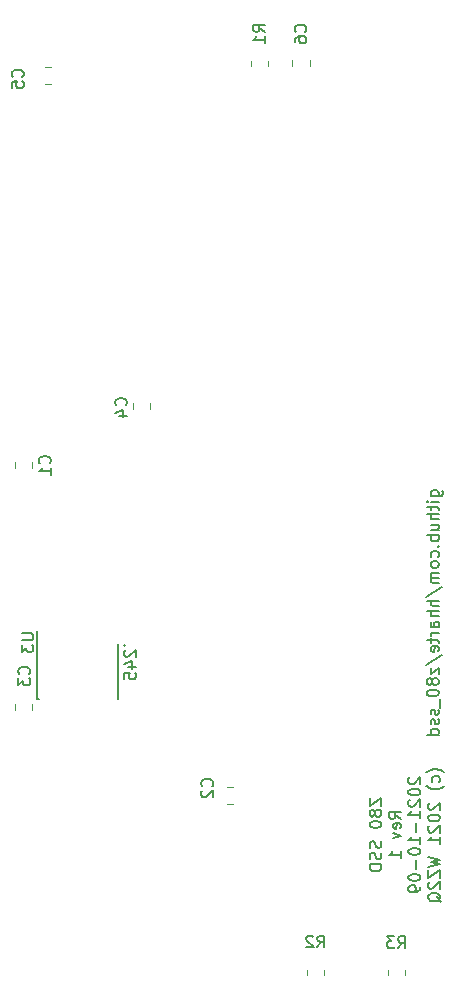
<source format=gbr>
%TF.GenerationSoftware,KiCad,Pcbnew,(5.1.10)-1*%
%TF.CreationDate,2021-10-22T16:43:04-07:00*%
%TF.ProjectId,z80_ssd,7a38305f-7373-4642-9e6b-696361645f70,rev?*%
%TF.SameCoordinates,Original*%
%TF.FileFunction,Legend,Bot*%
%TF.FilePolarity,Positive*%
%FSLAX46Y46*%
G04 Gerber Fmt 4.6, Leading zero omitted, Abs format (unit mm)*
G04 Created by KiCad (PCBNEW (5.1.10)-1) date 2021-10-22 16:43:04*
%MOMM*%
%LPD*%
G01*
G04 APERTURE LIST*
%ADD10C,0.150000*%
%ADD11C,0.120000*%
G04 APERTURE END LIST*
D10*
X180985714Y-86639047D02*
X181795238Y-86639047D01*
X181890476Y-86591428D01*
X181938095Y-86543809D01*
X181985714Y-86448571D01*
X181985714Y-86305714D01*
X181938095Y-86210476D01*
X181604761Y-86639047D02*
X181652380Y-86543809D01*
X181652380Y-86353333D01*
X181604761Y-86258095D01*
X181557142Y-86210476D01*
X181461904Y-86162857D01*
X181176190Y-86162857D01*
X181080952Y-86210476D01*
X181033333Y-86258095D01*
X180985714Y-86353333D01*
X180985714Y-86543809D01*
X181033333Y-86639047D01*
X181652380Y-87115238D02*
X180985714Y-87115238D01*
X180652380Y-87115238D02*
X180700000Y-87067619D01*
X180747619Y-87115238D01*
X180700000Y-87162857D01*
X180652380Y-87115238D01*
X180747619Y-87115238D01*
X180985714Y-87448571D02*
X180985714Y-87829523D01*
X180652380Y-87591428D02*
X181509523Y-87591428D01*
X181604761Y-87639047D01*
X181652380Y-87734285D01*
X181652380Y-87829523D01*
X181652380Y-88162857D02*
X180652380Y-88162857D01*
X181652380Y-88591428D02*
X181128571Y-88591428D01*
X181033333Y-88543809D01*
X180985714Y-88448571D01*
X180985714Y-88305714D01*
X181033333Y-88210476D01*
X181080952Y-88162857D01*
X180985714Y-89496190D02*
X181652380Y-89496190D01*
X180985714Y-89067619D02*
X181509523Y-89067619D01*
X181604761Y-89115238D01*
X181652380Y-89210476D01*
X181652380Y-89353333D01*
X181604761Y-89448571D01*
X181557142Y-89496190D01*
X181652380Y-89972380D02*
X180652380Y-89972380D01*
X181033333Y-89972380D02*
X180985714Y-90067619D01*
X180985714Y-90258095D01*
X181033333Y-90353333D01*
X181080952Y-90400952D01*
X181176190Y-90448571D01*
X181461904Y-90448571D01*
X181557142Y-90400952D01*
X181604761Y-90353333D01*
X181652380Y-90258095D01*
X181652380Y-90067619D01*
X181604761Y-89972380D01*
X181557142Y-90877142D02*
X181604761Y-90924761D01*
X181652380Y-90877142D01*
X181604761Y-90829523D01*
X181557142Y-90877142D01*
X181652380Y-90877142D01*
X181604761Y-91781904D02*
X181652380Y-91686666D01*
X181652380Y-91496190D01*
X181604761Y-91400952D01*
X181557142Y-91353333D01*
X181461904Y-91305714D01*
X181176190Y-91305714D01*
X181080952Y-91353333D01*
X181033333Y-91400952D01*
X180985714Y-91496190D01*
X180985714Y-91686666D01*
X181033333Y-91781904D01*
X181652380Y-92353333D02*
X181604761Y-92258095D01*
X181557142Y-92210476D01*
X181461904Y-92162857D01*
X181176190Y-92162857D01*
X181080952Y-92210476D01*
X181033333Y-92258095D01*
X180985714Y-92353333D01*
X180985714Y-92496190D01*
X181033333Y-92591428D01*
X181080952Y-92639047D01*
X181176190Y-92686666D01*
X181461904Y-92686666D01*
X181557142Y-92639047D01*
X181604761Y-92591428D01*
X181652380Y-92496190D01*
X181652380Y-92353333D01*
X181652380Y-93115238D02*
X180985714Y-93115238D01*
X181080952Y-93115238D02*
X181033333Y-93162857D01*
X180985714Y-93258095D01*
X180985714Y-93400952D01*
X181033333Y-93496190D01*
X181128571Y-93543809D01*
X181652380Y-93543809D01*
X181128571Y-93543809D02*
X181033333Y-93591428D01*
X180985714Y-93686666D01*
X180985714Y-93829523D01*
X181033333Y-93924761D01*
X181128571Y-93972380D01*
X181652380Y-93972380D01*
X180604761Y-95162857D02*
X181890476Y-94305714D01*
X181652380Y-95496190D02*
X180652380Y-95496190D01*
X181652380Y-95924761D02*
X181128571Y-95924761D01*
X181033333Y-95877142D01*
X180985714Y-95781904D01*
X180985714Y-95639047D01*
X181033333Y-95543809D01*
X181080952Y-95496190D01*
X181652380Y-96400952D02*
X180652380Y-96400952D01*
X181652380Y-96829523D02*
X181128571Y-96829523D01*
X181033333Y-96781904D01*
X180985714Y-96686666D01*
X180985714Y-96543809D01*
X181033333Y-96448571D01*
X181080952Y-96400952D01*
X181652380Y-97734285D02*
X181128571Y-97734285D01*
X181033333Y-97686666D01*
X180985714Y-97591428D01*
X180985714Y-97400952D01*
X181033333Y-97305714D01*
X181604761Y-97734285D02*
X181652380Y-97639047D01*
X181652380Y-97400952D01*
X181604761Y-97305714D01*
X181509523Y-97258095D01*
X181414285Y-97258095D01*
X181319047Y-97305714D01*
X181271428Y-97400952D01*
X181271428Y-97639047D01*
X181223809Y-97734285D01*
X181652380Y-98210476D02*
X180985714Y-98210476D01*
X181176190Y-98210476D02*
X181080952Y-98258095D01*
X181033333Y-98305714D01*
X180985714Y-98400952D01*
X180985714Y-98496190D01*
X180985714Y-98686666D02*
X180985714Y-99067619D01*
X180652380Y-98829523D02*
X181509523Y-98829523D01*
X181604761Y-98877142D01*
X181652380Y-98972380D01*
X181652380Y-99067619D01*
X181604761Y-99781904D02*
X181652380Y-99686666D01*
X181652380Y-99496190D01*
X181604761Y-99400952D01*
X181509523Y-99353333D01*
X181128571Y-99353333D01*
X181033333Y-99400952D01*
X180985714Y-99496190D01*
X180985714Y-99686666D01*
X181033333Y-99781904D01*
X181128571Y-99829523D01*
X181223809Y-99829523D01*
X181319047Y-99353333D01*
X180604761Y-100972380D02*
X181890476Y-100115238D01*
X180985714Y-101210476D02*
X180985714Y-101734285D01*
X181652380Y-101210476D01*
X181652380Y-101734285D01*
X181080952Y-102258095D02*
X181033333Y-102162857D01*
X180985714Y-102115238D01*
X180890476Y-102067619D01*
X180842857Y-102067619D01*
X180747619Y-102115238D01*
X180700000Y-102162857D01*
X180652380Y-102258095D01*
X180652380Y-102448571D01*
X180700000Y-102543809D01*
X180747619Y-102591428D01*
X180842857Y-102639047D01*
X180890476Y-102639047D01*
X180985714Y-102591428D01*
X181033333Y-102543809D01*
X181080952Y-102448571D01*
X181080952Y-102258095D01*
X181128571Y-102162857D01*
X181176190Y-102115238D01*
X181271428Y-102067619D01*
X181461904Y-102067619D01*
X181557142Y-102115238D01*
X181604761Y-102162857D01*
X181652380Y-102258095D01*
X181652380Y-102448571D01*
X181604761Y-102543809D01*
X181557142Y-102591428D01*
X181461904Y-102639047D01*
X181271428Y-102639047D01*
X181176190Y-102591428D01*
X181128571Y-102543809D01*
X181080952Y-102448571D01*
X180652380Y-103258095D02*
X180652380Y-103353333D01*
X180700000Y-103448571D01*
X180747619Y-103496190D01*
X180842857Y-103543809D01*
X181033333Y-103591428D01*
X181271428Y-103591428D01*
X181461904Y-103543809D01*
X181557142Y-103496190D01*
X181604761Y-103448571D01*
X181652380Y-103353333D01*
X181652380Y-103258095D01*
X181604761Y-103162857D01*
X181557142Y-103115238D01*
X181461904Y-103067619D01*
X181271428Y-103020000D01*
X181033333Y-103020000D01*
X180842857Y-103067619D01*
X180747619Y-103115238D01*
X180700000Y-103162857D01*
X180652380Y-103258095D01*
X181747619Y-103781904D02*
X181747619Y-104543809D01*
X181604761Y-104734285D02*
X181652380Y-104829523D01*
X181652380Y-105020000D01*
X181604761Y-105115238D01*
X181509523Y-105162857D01*
X181461904Y-105162857D01*
X181366666Y-105115238D01*
X181319047Y-105020000D01*
X181319047Y-104877142D01*
X181271428Y-104781904D01*
X181176190Y-104734285D01*
X181128571Y-104734285D01*
X181033333Y-104781904D01*
X180985714Y-104877142D01*
X180985714Y-105020000D01*
X181033333Y-105115238D01*
X181604761Y-105543809D02*
X181652380Y-105639047D01*
X181652380Y-105829523D01*
X181604761Y-105924761D01*
X181509523Y-105972380D01*
X181461904Y-105972380D01*
X181366666Y-105924761D01*
X181319047Y-105829523D01*
X181319047Y-105686666D01*
X181271428Y-105591428D01*
X181176190Y-105543809D01*
X181128571Y-105543809D01*
X181033333Y-105591428D01*
X180985714Y-105686666D01*
X180985714Y-105829523D01*
X181033333Y-105924761D01*
X181652380Y-106829523D02*
X180652380Y-106829523D01*
X181604761Y-106829523D02*
X181652380Y-106734285D01*
X181652380Y-106543809D01*
X181604761Y-106448571D01*
X181557142Y-106400952D01*
X181461904Y-106353333D01*
X181176190Y-106353333D01*
X181080952Y-106400952D01*
X181033333Y-106448571D01*
X180985714Y-106543809D01*
X180985714Y-106734285D01*
X181033333Y-106829523D01*
X175793380Y-112196952D02*
X175793380Y-112863619D01*
X176793380Y-112196952D01*
X176793380Y-112863619D01*
X176221952Y-113387428D02*
X176174333Y-113292190D01*
X176126714Y-113244571D01*
X176031476Y-113196952D01*
X175983857Y-113196952D01*
X175888619Y-113244571D01*
X175841000Y-113292190D01*
X175793380Y-113387428D01*
X175793380Y-113577904D01*
X175841000Y-113673142D01*
X175888619Y-113720761D01*
X175983857Y-113768380D01*
X176031476Y-113768380D01*
X176126714Y-113720761D01*
X176174333Y-113673142D01*
X176221952Y-113577904D01*
X176221952Y-113387428D01*
X176269571Y-113292190D01*
X176317190Y-113244571D01*
X176412428Y-113196952D01*
X176602904Y-113196952D01*
X176698142Y-113244571D01*
X176745761Y-113292190D01*
X176793380Y-113387428D01*
X176793380Y-113577904D01*
X176745761Y-113673142D01*
X176698142Y-113720761D01*
X176602904Y-113768380D01*
X176412428Y-113768380D01*
X176317190Y-113720761D01*
X176269571Y-113673142D01*
X176221952Y-113577904D01*
X175793380Y-114387428D02*
X175793380Y-114482666D01*
X175841000Y-114577904D01*
X175888619Y-114625523D01*
X175983857Y-114673142D01*
X176174333Y-114720761D01*
X176412428Y-114720761D01*
X176602904Y-114673142D01*
X176698142Y-114625523D01*
X176745761Y-114577904D01*
X176793380Y-114482666D01*
X176793380Y-114387428D01*
X176745761Y-114292190D01*
X176698142Y-114244571D01*
X176602904Y-114196952D01*
X176412428Y-114149333D01*
X176174333Y-114149333D01*
X175983857Y-114196952D01*
X175888619Y-114244571D01*
X175841000Y-114292190D01*
X175793380Y-114387428D01*
X176745761Y-115863619D02*
X176793380Y-116006476D01*
X176793380Y-116244571D01*
X176745761Y-116339809D01*
X176698142Y-116387428D01*
X176602904Y-116435047D01*
X176507666Y-116435047D01*
X176412428Y-116387428D01*
X176364809Y-116339809D01*
X176317190Y-116244571D01*
X176269571Y-116054095D01*
X176221952Y-115958857D01*
X176174333Y-115911238D01*
X176079095Y-115863619D01*
X175983857Y-115863619D01*
X175888619Y-115911238D01*
X175841000Y-115958857D01*
X175793380Y-116054095D01*
X175793380Y-116292190D01*
X175841000Y-116435047D01*
X176745761Y-116816000D02*
X176793380Y-116958857D01*
X176793380Y-117196952D01*
X176745761Y-117292190D01*
X176698142Y-117339809D01*
X176602904Y-117387428D01*
X176507666Y-117387428D01*
X176412428Y-117339809D01*
X176364809Y-117292190D01*
X176317190Y-117196952D01*
X176269571Y-117006476D01*
X176221952Y-116911238D01*
X176174333Y-116863619D01*
X176079095Y-116816000D01*
X175983857Y-116816000D01*
X175888619Y-116863619D01*
X175841000Y-116911238D01*
X175793380Y-117006476D01*
X175793380Y-117244571D01*
X175841000Y-117387428D01*
X176793380Y-117816000D02*
X175793380Y-117816000D01*
X175793380Y-118054095D01*
X175841000Y-118196952D01*
X175936238Y-118292190D01*
X176031476Y-118339809D01*
X176221952Y-118387428D01*
X176364809Y-118387428D01*
X176555285Y-118339809D01*
X176650523Y-118292190D01*
X176745761Y-118196952D01*
X176793380Y-118054095D01*
X176793380Y-117816000D01*
X178443380Y-113958857D02*
X177967190Y-113625523D01*
X178443380Y-113387428D02*
X177443380Y-113387428D01*
X177443380Y-113768380D01*
X177491000Y-113863619D01*
X177538619Y-113911238D01*
X177633857Y-113958857D01*
X177776714Y-113958857D01*
X177871952Y-113911238D01*
X177919571Y-113863619D01*
X177967190Y-113768380D01*
X177967190Y-113387428D01*
X178395761Y-114768380D02*
X178443380Y-114673142D01*
X178443380Y-114482666D01*
X178395761Y-114387428D01*
X178300523Y-114339809D01*
X177919571Y-114339809D01*
X177824333Y-114387428D01*
X177776714Y-114482666D01*
X177776714Y-114673142D01*
X177824333Y-114768380D01*
X177919571Y-114816000D01*
X178014809Y-114816000D01*
X178110047Y-114339809D01*
X177776714Y-115149333D02*
X178443380Y-115387428D01*
X177776714Y-115625523D01*
X178443380Y-117292190D02*
X178443380Y-116720761D01*
X178443380Y-117006476D02*
X177443380Y-117006476D01*
X177586238Y-116911238D01*
X177681476Y-116816000D01*
X177729095Y-116720761D01*
X179188619Y-110458857D02*
X179141000Y-110506476D01*
X179093380Y-110601714D01*
X179093380Y-110839809D01*
X179141000Y-110935047D01*
X179188619Y-110982666D01*
X179283857Y-111030285D01*
X179379095Y-111030285D01*
X179521952Y-110982666D01*
X180093380Y-110411238D01*
X180093380Y-111030285D01*
X179093380Y-111649333D02*
X179093380Y-111744571D01*
X179141000Y-111839809D01*
X179188619Y-111887428D01*
X179283857Y-111935047D01*
X179474333Y-111982666D01*
X179712428Y-111982666D01*
X179902904Y-111935047D01*
X179998142Y-111887428D01*
X180045761Y-111839809D01*
X180093380Y-111744571D01*
X180093380Y-111649333D01*
X180045761Y-111554095D01*
X179998142Y-111506476D01*
X179902904Y-111458857D01*
X179712428Y-111411238D01*
X179474333Y-111411238D01*
X179283857Y-111458857D01*
X179188619Y-111506476D01*
X179141000Y-111554095D01*
X179093380Y-111649333D01*
X179188619Y-112363619D02*
X179141000Y-112411238D01*
X179093380Y-112506476D01*
X179093380Y-112744571D01*
X179141000Y-112839809D01*
X179188619Y-112887428D01*
X179283857Y-112935047D01*
X179379095Y-112935047D01*
X179521952Y-112887428D01*
X180093380Y-112316000D01*
X180093380Y-112935047D01*
X180093380Y-113887428D02*
X180093380Y-113316000D01*
X180093380Y-113601714D02*
X179093380Y-113601714D01*
X179236238Y-113506476D01*
X179331476Y-113411238D01*
X179379095Y-113316000D01*
X179712428Y-114316000D02*
X179712428Y-115077904D01*
X180093380Y-116077904D02*
X180093380Y-115506476D01*
X180093380Y-115792190D02*
X179093380Y-115792190D01*
X179236238Y-115696952D01*
X179331476Y-115601714D01*
X179379095Y-115506476D01*
X179093380Y-116696952D02*
X179093380Y-116792190D01*
X179141000Y-116887428D01*
X179188619Y-116935047D01*
X179283857Y-116982666D01*
X179474333Y-117030285D01*
X179712428Y-117030285D01*
X179902904Y-116982666D01*
X179998142Y-116935047D01*
X180045761Y-116887428D01*
X180093380Y-116792190D01*
X180093380Y-116696952D01*
X180045761Y-116601714D01*
X179998142Y-116554095D01*
X179902904Y-116506476D01*
X179712428Y-116458857D01*
X179474333Y-116458857D01*
X179283857Y-116506476D01*
X179188619Y-116554095D01*
X179141000Y-116601714D01*
X179093380Y-116696952D01*
X179712428Y-117458857D02*
X179712428Y-118220761D01*
X179093380Y-118887428D02*
X179093380Y-118982666D01*
X179141000Y-119077904D01*
X179188619Y-119125523D01*
X179283857Y-119173142D01*
X179474333Y-119220761D01*
X179712428Y-119220761D01*
X179902904Y-119173142D01*
X179998142Y-119125523D01*
X180045761Y-119077904D01*
X180093380Y-118982666D01*
X180093380Y-118887428D01*
X180045761Y-118792190D01*
X179998142Y-118744571D01*
X179902904Y-118696952D01*
X179712428Y-118649333D01*
X179474333Y-118649333D01*
X179283857Y-118696952D01*
X179188619Y-118744571D01*
X179141000Y-118792190D01*
X179093380Y-118887428D01*
X180093380Y-119696952D02*
X180093380Y-119887428D01*
X180045761Y-119982666D01*
X179998142Y-120030285D01*
X179855285Y-120125523D01*
X179664809Y-120173142D01*
X179283857Y-120173142D01*
X179188619Y-120125523D01*
X179141000Y-120077904D01*
X179093380Y-119982666D01*
X179093380Y-119792190D01*
X179141000Y-119696952D01*
X179188619Y-119649333D01*
X179283857Y-119601714D01*
X179521952Y-119601714D01*
X179617190Y-119649333D01*
X179664809Y-119696952D01*
X179712428Y-119792190D01*
X179712428Y-119982666D01*
X179664809Y-120077904D01*
X179617190Y-120125523D01*
X179521952Y-120173142D01*
X182124333Y-110030285D02*
X182076714Y-109982666D01*
X181933857Y-109887428D01*
X181838619Y-109839809D01*
X181695761Y-109792190D01*
X181457666Y-109744571D01*
X181267190Y-109744571D01*
X181029095Y-109792190D01*
X180886238Y-109839809D01*
X180791000Y-109887428D01*
X180648142Y-109982666D01*
X180600523Y-110030285D01*
X181695761Y-110839809D02*
X181743380Y-110744571D01*
X181743380Y-110554095D01*
X181695761Y-110458857D01*
X181648142Y-110411238D01*
X181552904Y-110363619D01*
X181267190Y-110363619D01*
X181171952Y-110411238D01*
X181124333Y-110458857D01*
X181076714Y-110554095D01*
X181076714Y-110744571D01*
X181124333Y-110839809D01*
X182124333Y-111173142D02*
X182076714Y-111220761D01*
X181933857Y-111316000D01*
X181838619Y-111363619D01*
X181695761Y-111411238D01*
X181457666Y-111458857D01*
X181267190Y-111458857D01*
X181029095Y-111411238D01*
X180886238Y-111363619D01*
X180791000Y-111316000D01*
X180648142Y-111220761D01*
X180600523Y-111173142D01*
X180838619Y-112649333D02*
X180791000Y-112696952D01*
X180743380Y-112792190D01*
X180743380Y-113030285D01*
X180791000Y-113125523D01*
X180838619Y-113173142D01*
X180933857Y-113220761D01*
X181029095Y-113220761D01*
X181171952Y-113173142D01*
X181743380Y-112601714D01*
X181743380Y-113220761D01*
X180743380Y-113839809D02*
X180743380Y-113935047D01*
X180791000Y-114030285D01*
X180838619Y-114077904D01*
X180933857Y-114125523D01*
X181124333Y-114173142D01*
X181362428Y-114173142D01*
X181552904Y-114125523D01*
X181648142Y-114077904D01*
X181695761Y-114030285D01*
X181743380Y-113935047D01*
X181743380Y-113839809D01*
X181695761Y-113744571D01*
X181648142Y-113696952D01*
X181552904Y-113649333D01*
X181362428Y-113601714D01*
X181124333Y-113601714D01*
X180933857Y-113649333D01*
X180838619Y-113696952D01*
X180791000Y-113744571D01*
X180743380Y-113839809D01*
X180838619Y-114554095D02*
X180791000Y-114601714D01*
X180743380Y-114696952D01*
X180743380Y-114935047D01*
X180791000Y-115030285D01*
X180838619Y-115077904D01*
X180933857Y-115125523D01*
X181029095Y-115125523D01*
X181171952Y-115077904D01*
X181743380Y-114506476D01*
X181743380Y-115125523D01*
X181743380Y-116077904D02*
X181743380Y-115506476D01*
X181743380Y-115792190D02*
X180743380Y-115792190D01*
X180886238Y-115696952D01*
X180981476Y-115601714D01*
X181029095Y-115506476D01*
X180743380Y-117173142D02*
X181743380Y-117411238D01*
X181029095Y-117601714D01*
X181743380Y-117792190D01*
X180743380Y-118030285D01*
X180743380Y-118316000D02*
X180743380Y-118982666D01*
X181743380Y-118316000D01*
X181743380Y-118982666D01*
X180838619Y-119316000D02*
X180791000Y-119363619D01*
X180743380Y-119458857D01*
X180743380Y-119696952D01*
X180791000Y-119792190D01*
X180838619Y-119839809D01*
X180933857Y-119887428D01*
X181029095Y-119887428D01*
X181171952Y-119839809D01*
X181743380Y-119268380D01*
X181743380Y-119887428D01*
X181838619Y-120982666D02*
X181791000Y-120887428D01*
X181695761Y-120792190D01*
X181552904Y-120649333D01*
X181505285Y-120554095D01*
X181505285Y-120458857D01*
X181743380Y-120506476D02*
X181695761Y-120411238D01*
X181600523Y-120316000D01*
X181410047Y-120268380D01*
X181076714Y-120268380D01*
X180886238Y-120316000D01*
X180791000Y-120411238D01*
X180743380Y-120506476D01*
X180743380Y-120696952D01*
X180791000Y-120792190D01*
X180886238Y-120887428D01*
X181076714Y-120935047D01*
X181410047Y-120935047D01*
X181600523Y-120887428D01*
X181695761Y-120792190D01*
X181743380Y-120696952D01*
X181743380Y-120506476D01*
X154964761Y-99206190D02*
X155107619Y-99349047D01*
X155107619Y-99682380D02*
X155060000Y-99730000D01*
X155012380Y-99825238D01*
X155012380Y-100063333D01*
X155060000Y-100158571D01*
X155107619Y-100206190D01*
X155202857Y-100253809D01*
X155298095Y-100253809D01*
X155440952Y-100206190D01*
X156012380Y-99634761D01*
X156012380Y-100253809D01*
X155345714Y-101110952D02*
X156012380Y-101110952D01*
X154964761Y-100872857D02*
X155679047Y-100634761D01*
X155679047Y-101253809D01*
X155012380Y-102110952D02*
X155012380Y-101634761D01*
X155488571Y-101587142D01*
X155440952Y-101634761D01*
X155393333Y-101730000D01*
X155393333Y-101968095D01*
X155440952Y-102063333D01*
X155488571Y-102110952D01*
X155583809Y-102158571D01*
X155821904Y-102158571D01*
X155917142Y-102110952D01*
X155964761Y-102063333D01*
X156012380Y-101968095D01*
X156012380Y-101730000D01*
X155964761Y-101634761D01*
X155917142Y-101587142D01*
D11*
%TO.C,R3*%
X178789000Y-127227064D02*
X178789000Y-126772936D01*
X177319000Y-127227064D02*
X177319000Y-126772936D01*
%TO.C,R2*%
X171931000Y-127227064D02*
X171931000Y-126772936D01*
X170461000Y-127227064D02*
X170461000Y-126772936D01*
%TO.C,C1*%
X145765000Y-83738748D02*
X145765000Y-84261252D01*
X147235000Y-83738748D02*
X147235000Y-84261252D01*
%TO.C,C2*%
X163738748Y-112735000D02*
X164261252Y-112735000D01*
X163738748Y-111265000D02*
X164261252Y-111265000D01*
%TO.C,C3*%
X145765000Y-104238748D02*
X145765000Y-104761252D01*
X147235000Y-104238748D02*
X147235000Y-104761252D01*
%TO.C,C4*%
X155765000Y-78738748D02*
X155765000Y-79261252D01*
X157235000Y-78738748D02*
X157235000Y-79261252D01*
%TO.C,C5*%
X148288748Y-51789000D02*
X148811252Y-51789000D01*
X148288748Y-50319000D02*
X148811252Y-50319000D01*
%TO.C,C6*%
X169265000Y-49688748D02*
X169265000Y-50211252D01*
X170735000Y-49688748D02*
X170735000Y-50211252D01*
%TO.C,R1*%
X167235000Y-50227064D02*
X167235000Y-49772936D01*
X165765000Y-50227064D02*
X165765000Y-49772936D01*
D10*
%TO.C,U3*%
X147680000Y-103798000D02*
X147780000Y-103798000D01*
X154505000Y-103798000D02*
X154480000Y-103798000D01*
X154505000Y-99148000D02*
X154480000Y-99148000D01*
X147680000Y-98073000D02*
X147680000Y-103798000D01*
X154505000Y-99148000D02*
X154505000Y-103798000D01*
%TO.C,R3*%
X178220666Y-124912380D02*
X178554000Y-124436190D01*
X178792095Y-124912380D02*
X178792095Y-123912380D01*
X178411142Y-123912380D01*
X178315904Y-123960000D01*
X178268285Y-124007619D01*
X178220666Y-124102857D01*
X178220666Y-124245714D01*
X178268285Y-124340952D01*
X178315904Y-124388571D01*
X178411142Y-124436190D01*
X178792095Y-124436190D01*
X177887333Y-123912380D02*
X177268285Y-123912380D01*
X177601619Y-124293333D01*
X177458761Y-124293333D01*
X177363523Y-124340952D01*
X177315904Y-124388571D01*
X177268285Y-124483809D01*
X177268285Y-124721904D01*
X177315904Y-124817142D01*
X177363523Y-124864761D01*
X177458761Y-124912380D01*
X177744476Y-124912380D01*
X177839714Y-124864761D01*
X177887333Y-124817142D01*
%TO.C,R2*%
X171386666Y-124846380D02*
X171720000Y-124370190D01*
X171958095Y-124846380D02*
X171958095Y-123846380D01*
X171577142Y-123846380D01*
X171481904Y-123894000D01*
X171434285Y-123941619D01*
X171386666Y-124036857D01*
X171386666Y-124179714D01*
X171434285Y-124274952D01*
X171481904Y-124322571D01*
X171577142Y-124370190D01*
X171958095Y-124370190D01*
X171005714Y-123941619D02*
X170958095Y-123894000D01*
X170862857Y-123846380D01*
X170624761Y-123846380D01*
X170529523Y-123894000D01*
X170481904Y-123941619D01*
X170434285Y-124036857D01*
X170434285Y-124132095D01*
X170481904Y-124274952D01*
X171053333Y-124846380D01*
X170434285Y-124846380D01*
%TO.C,C1*%
X148707142Y-83873333D02*
X148754761Y-83825714D01*
X148802380Y-83682857D01*
X148802380Y-83587619D01*
X148754761Y-83444761D01*
X148659523Y-83349523D01*
X148564285Y-83301904D01*
X148373809Y-83254285D01*
X148230952Y-83254285D01*
X148040476Y-83301904D01*
X147945238Y-83349523D01*
X147850000Y-83444761D01*
X147802380Y-83587619D01*
X147802380Y-83682857D01*
X147850000Y-83825714D01*
X147897619Y-83873333D01*
X148802380Y-84825714D02*
X148802380Y-84254285D01*
X148802380Y-84540000D02*
X147802380Y-84540000D01*
X147945238Y-84444761D01*
X148040476Y-84349523D01*
X148088095Y-84254285D01*
%TO.C,C2*%
X162452142Y-111198333D02*
X162499761Y-111150714D01*
X162547380Y-111007857D01*
X162547380Y-110912619D01*
X162499761Y-110769761D01*
X162404523Y-110674523D01*
X162309285Y-110626904D01*
X162118809Y-110579285D01*
X161975952Y-110579285D01*
X161785476Y-110626904D01*
X161690238Y-110674523D01*
X161595000Y-110769761D01*
X161547380Y-110912619D01*
X161547380Y-111007857D01*
X161595000Y-111150714D01*
X161642619Y-111198333D01*
X161642619Y-111579285D02*
X161595000Y-111626904D01*
X161547380Y-111722142D01*
X161547380Y-111960238D01*
X161595000Y-112055476D01*
X161642619Y-112103095D01*
X161737857Y-112150714D01*
X161833095Y-112150714D01*
X161975952Y-112103095D01*
X162547380Y-111531666D01*
X162547380Y-112150714D01*
%TO.C,C3*%
X146967142Y-101703333D02*
X147014761Y-101655714D01*
X147062380Y-101512857D01*
X147062380Y-101417619D01*
X147014761Y-101274761D01*
X146919523Y-101179523D01*
X146824285Y-101131904D01*
X146633809Y-101084285D01*
X146490952Y-101084285D01*
X146300476Y-101131904D01*
X146205238Y-101179523D01*
X146110000Y-101274761D01*
X146062380Y-101417619D01*
X146062380Y-101512857D01*
X146110000Y-101655714D01*
X146157619Y-101703333D01*
X146062380Y-102036666D02*
X146062380Y-102655714D01*
X146443333Y-102322380D01*
X146443333Y-102465238D01*
X146490952Y-102560476D01*
X146538571Y-102608095D01*
X146633809Y-102655714D01*
X146871904Y-102655714D01*
X146967142Y-102608095D01*
X147014761Y-102560476D01*
X147062380Y-102465238D01*
X147062380Y-102179523D01*
X147014761Y-102084285D01*
X146967142Y-102036666D01*
%TO.C,C4*%
X155157142Y-78963333D02*
X155204761Y-78915714D01*
X155252380Y-78772857D01*
X155252380Y-78677619D01*
X155204761Y-78534761D01*
X155109523Y-78439523D01*
X155014285Y-78391904D01*
X154823809Y-78344285D01*
X154680952Y-78344285D01*
X154490476Y-78391904D01*
X154395238Y-78439523D01*
X154300000Y-78534761D01*
X154252380Y-78677619D01*
X154252380Y-78772857D01*
X154300000Y-78915714D01*
X154347619Y-78963333D01*
X154585714Y-79820476D02*
X155252380Y-79820476D01*
X154204761Y-79582380D02*
X154919047Y-79344285D01*
X154919047Y-79963333D01*
%TO.C,C5*%
X146407142Y-51141333D02*
X146454761Y-51093714D01*
X146502380Y-50950857D01*
X146502380Y-50855619D01*
X146454761Y-50712761D01*
X146359523Y-50617523D01*
X146264285Y-50569904D01*
X146073809Y-50522285D01*
X145930952Y-50522285D01*
X145740476Y-50569904D01*
X145645238Y-50617523D01*
X145550000Y-50712761D01*
X145502380Y-50855619D01*
X145502380Y-50950857D01*
X145550000Y-51093714D01*
X145597619Y-51141333D01*
X145502380Y-52046095D02*
X145502380Y-51569904D01*
X145978571Y-51522285D01*
X145930952Y-51569904D01*
X145883333Y-51665142D01*
X145883333Y-51903238D01*
X145930952Y-51998476D01*
X145978571Y-52046095D01*
X146073809Y-52093714D01*
X146311904Y-52093714D01*
X146407142Y-52046095D01*
X146454761Y-51998476D01*
X146502380Y-51903238D01*
X146502380Y-51665142D01*
X146454761Y-51569904D01*
X146407142Y-51522285D01*
%TO.C,C6*%
X170357142Y-47333333D02*
X170404761Y-47285714D01*
X170452380Y-47142857D01*
X170452380Y-47047619D01*
X170404761Y-46904761D01*
X170309523Y-46809523D01*
X170214285Y-46761904D01*
X170023809Y-46714285D01*
X169880952Y-46714285D01*
X169690476Y-46761904D01*
X169595238Y-46809523D01*
X169500000Y-46904761D01*
X169452380Y-47047619D01*
X169452380Y-47142857D01*
X169500000Y-47285714D01*
X169547619Y-47333333D01*
X169452380Y-48190476D02*
X169452380Y-48000000D01*
X169500000Y-47904761D01*
X169547619Y-47857142D01*
X169690476Y-47761904D01*
X169880952Y-47714285D01*
X170261904Y-47714285D01*
X170357142Y-47761904D01*
X170404761Y-47809523D01*
X170452380Y-47904761D01*
X170452380Y-48095238D01*
X170404761Y-48190476D01*
X170357142Y-48238095D01*
X170261904Y-48285714D01*
X170023809Y-48285714D01*
X169928571Y-48238095D01*
X169880952Y-48190476D01*
X169833333Y-48095238D01*
X169833333Y-47904761D01*
X169880952Y-47809523D01*
X169928571Y-47761904D01*
X170023809Y-47714285D01*
%TO.C,R1*%
X166952380Y-47333333D02*
X166476190Y-47000000D01*
X166952380Y-46761904D02*
X165952380Y-46761904D01*
X165952380Y-47142857D01*
X166000000Y-47238095D01*
X166047619Y-47285714D01*
X166142857Y-47333333D01*
X166285714Y-47333333D01*
X166380952Y-47285714D01*
X166428571Y-47238095D01*
X166476190Y-47142857D01*
X166476190Y-46761904D01*
X166952380Y-48285714D02*
X166952380Y-47714285D01*
X166952380Y-48000000D02*
X165952380Y-48000000D01*
X166095238Y-47904761D01*
X166190476Y-47809523D01*
X166238095Y-47714285D01*
%TO.C,U3*%
X146342380Y-98258095D02*
X147151904Y-98258095D01*
X147247142Y-98305714D01*
X147294761Y-98353333D01*
X147342380Y-98448571D01*
X147342380Y-98639047D01*
X147294761Y-98734285D01*
X147247142Y-98781904D01*
X147151904Y-98829523D01*
X146342380Y-98829523D01*
X146342380Y-99210476D02*
X146342380Y-99829523D01*
X146723333Y-99496190D01*
X146723333Y-99639047D01*
X146770952Y-99734285D01*
X146818571Y-99781904D01*
X146913809Y-99829523D01*
X147151904Y-99829523D01*
X147247142Y-99781904D01*
X147294761Y-99734285D01*
X147342380Y-99639047D01*
X147342380Y-99353333D01*
X147294761Y-99258095D01*
X147247142Y-99210476D01*
%TD*%
M02*

</source>
